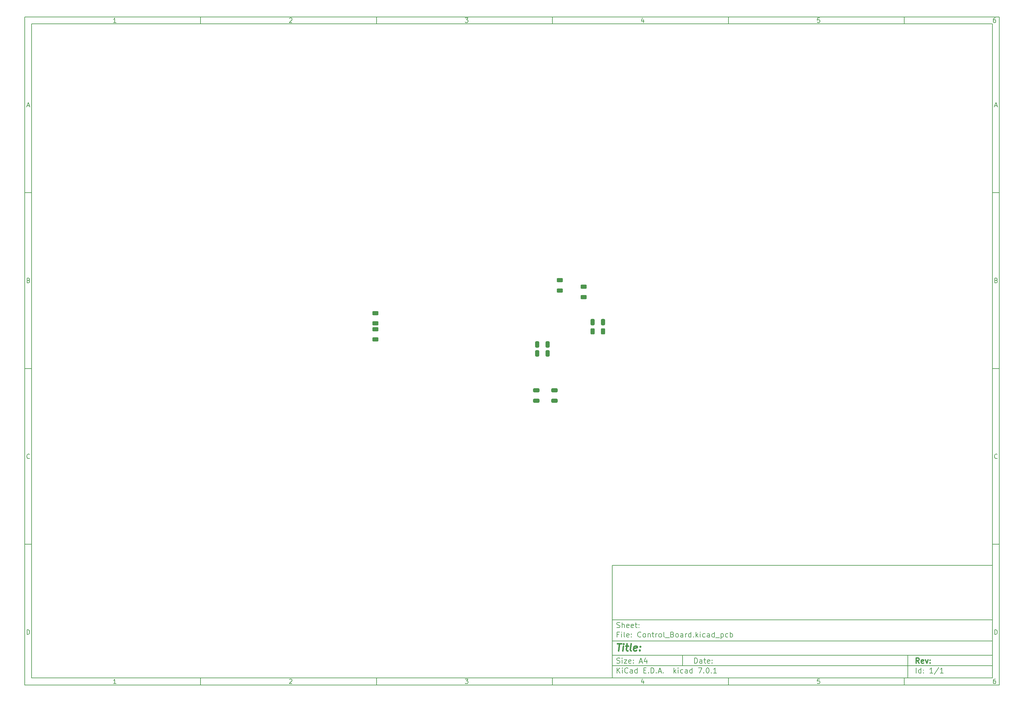
<source format=gbr>
%TF.GenerationSoftware,KiCad,Pcbnew,7.0.1*%
%TF.CreationDate,2023-09-27T13:27:15+00:00*%
%TF.ProjectId,Control_Board,436f6e74-726f-46c5-9f42-6f6172642e6b,rev?*%
%TF.SameCoordinates,Original*%
%TF.FileFunction,Paste,Top*%
%TF.FilePolarity,Positive*%
%FSLAX45Y45*%
G04 Gerber Fmt 4.5, Leading zero omitted, Abs format (unit mm)*
G04 Created by KiCad (PCBNEW 7.0.1) date 2023-09-27 13:27:15*
%MOMM*%
%LPD*%
G01*
G04 APERTURE LIST*
G04 Aperture macros list*
%AMRoundRect*
0 Rectangle with rounded corners*
0 $1 Rounding radius*
0 $2 $3 $4 $5 $6 $7 $8 $9 X,Y pos of 4 corners*
0 Add a 4 corners polygon primitive as box body*
4,1,4,$2,$3,$4,$5,$6,$7,$8,$9,$2,$3,0*
0 Add four circle primitives for the rounded corners*
1,1,$1+$1,$2,$3*
1,1,$1+$1,$4,$5*
1,1,$1+$1,$6,$7*
1,1,$1+$1,$8,$9*
0 Add four rect primitives between the rounded corners*
20,1,$1+$1,$2,$3,$4,$5,0*
20,1,$1+$1,$4,$5,$6,$7,0*
20,1,$1+$1,$6,$7,$8,$9,0*
20,1,$1+$1,$8,$9,$2,$3,0*%
G04 Aperture macros list end*
%ADD10C,0.100000*%
%ADD11C,0.150000*%
%ADD12C,0.300000*%
%ADD13C,0.400000*%
%ADD14RoundRect,0.250000X-0.625000X0.312500X-0.625000X-0.312500X0.625000X-0.312500X0.625000X0.312500X0*%
%ADD15RoundRect,0.250000X0.325000X0.650000X-0.325000X0.650000X-0.325000X-0.650000X0.325000X-0.650000X0*%
%ADD16RoundRect,0.250000X-0.325000X-0.650000X0.325000X-0.650000X0.325000X0.650000X-0.325000X0.650000X0*%
%ADD17RoundRect,0.250000X0.625000X-0.312500X0.625000X0.312500X-0.625000X0.312500X-0.625000X-0.312500X0*%
%ADD18RoundRect,0.250000X-0.312500X-0.625000X0.312500X-0.625000X0.312500X0.625000X-0.312500X0.625000X0*%
%ADD19RoundRect,0.250000X0.650000X-0.325000X0.650000X0.325000X-0.650000X0.325000X-0.650000X-0.325000X0*%
G04 APERTURE END LIST*
D10*
D11*
X17700220Y-16600720D02*
X28500220Y-16600720D01*
X28500220Y-19800720D01*
X17700220Y-19800720D01*
X17700220Y-16600720D01*
D10*
D11*
X1000000Y-1000000D02*
X28700220Y-1000000D01*
X28700220Y-20000720D01*
X1000000Y-20000720D01*
X1000000Y-1000000D01*
D10*
D11*
X1200000Y-1200000D02*
X28500220Y-1200000D01*
X28500220Y-19800720D01*
X1200000Y-19800720D01*
X1200000Y-1200000D01*
D10*
D11*
X6000000Y-1200000D02*
X6000000Y-1000000D01*
D10*
D11*
X11000000Y-1200000D02*
X11000000Y-1000000D01*
D10*
D11*
X16000000Y-1200000D02*
X16000000Y-1000000D01*
D10*
D11*
X21000000Y-1200000D02*
X21000000Y-1000000D01*
D10*
D11*
X26000000Y-1200000D02*
X26000000Y-1000000D01*
D10*
D11*
X3599048Y-1160140D02*
X3524762Y-1160140D01*
X3561905Y-1160140D02*
X3561905Y-1030140D01*
X3561905Y-1030140D02*
X3549524Y-1048712D01*
X3549524Y-1048712D02*
X3537143Y-1061093D01*
X3537143Y-1061093D02*
X3524762Y-1067283D01*
D10*
D11*
X8524762Y-1042521D02*
X8530952Y-1036331D01*
X8530952Y-1036331D02*
X8543333Y-1030140D01*
X8543333Y-1030140D02*
X8574286Y-1030140D01*
X8574286Y-1030140D02*
X8586667Y-1036331D01*
X8586667Y-1036331D02*
X8592857Y-1042521D01*
X8592857Y-1042521D02*
X8599048Y-1054902D01*
X8599048Y-1054902D02*
X8599048Y-1067283D01*
X8599048Y-1067283D02*
X8592857Y-1085855D01*
X8592857Y-1085855D02*
X8518571Y-1160140D01*
X8518571Y-1160140D02*
X8599048Y-1160140D01*
D10*
D11*
X13518571Y-1030140D02*
X13599048Y-1030140D01*
X13599048Y-1030140D02*
X13555714Y-1079664D01*
X13555714Y-1079664D02*
X13574286Y-1079664D01*
X13574286Y-1079664D02*
X13586667Y-1085855D01*
X13586667Y-1085855D02*
X13592857Y-1092045D01*
X13592857Y-1092045D02*
X13599048Y-1104426D01*
X13599048Y-1104426D02*
X13599048Y-1135379D01*
X13599048Y-1135379D02*
X13592857Y-1147760D01*
X13592857Y-1147760D02*
X13586667Y-1153950D01*
X13586667Y-1153950D02*
X13574286Y-1160140D01*
X13574286Y-1160140D02*
X13537143Y-1160140D01*
X13537143Y-1160140D02*
X13524762Y-1153950D01*
X13524762Y-1153950D02*
X13518571Y-1147760D01*
D10*
D11*
X18586667Y-1073474D02*
X18586667Y-1160140D01*
X18555714Y-1023950D02*
X18524762Y-1116807D01*
X18524762Y-1116807D02*
X18605238Y-1116807D01*
D10*
D11*
X23592857Y-1030140D02*
X23530952Y-1030140D01*
X23530952Y-1030140D02*
X23524762Y-1092045D01*
X23524762Y-1092045D02*
X23530952Y-1085855D01*
X23530952Y-1085855D02*
X23543333Y-1079664D01*
X23543333Y-1079664D02*
X23574286Y-1079664D01*
X23574286Y-1079664D02*
X23586667Y-1085855D01*
X23586667Y-1085855D02*
X23592857Y-1092045D01*
X23592857Y-1092045D02*
X23599048Y-1104426D01*
X23599048Y-1104426D02*
X23599048Y-1135379D01*
X23599048Y-1135379D02*
X23592857Y-1147760D01*
X23592857Y-1147760D02*
X23586667Y-1153950D01*
X23586667Y-1153950D02*
X23574286Y-1160140D01*
X23574286Y-1160140D02*
X23543333Y-1160140D01*
X23543333Y-1160140D02*
X23530952Y-1153950D01*
X23530952Y-1153950D02*
X23524762Y-1147760D01*
D10*
D11*
X28586667Y-1030140D02*
X28561905Y-1030140D01*
X28561905Y-1030140D02*
X28549524Y-1036331D01*
X28549524Y-1036331D02*
X28543333Y-1042521D01*
X28543333Y-1042521D02*
X28530952Y-1061093D01*
X28530952Y-1061093D02*
X28524762Y-1085855D01*
X28524762Y-1085855D02*
X28524762Y-1135379D01*
X28524762Y-1135379D02*
X28530952Y-1147760D01*
X28530952Y-1147760D02*
X28537143Y-1153950D01*
X28537143Y-1153950D02*
X28549524Y-1160140D01*
X28549524Y-1160140D02*
X28574286Y-1160140D01*
X28574286Y-1160140D02*
X28586667Y-1153950D01*
X28586667Y-1153950D02*
X28592857Y-1147760D01*
X28592857Y-1147760D02*
X28599048Y-1135379D01*
X28599048Y-1135379D02*
X28599048Y-1104426D01*
X28599048Y-1104426D02*
X28592857Y-1092045D01*
X28592857Y-1092045D02*
X28586667Y-1085855D01*
X28586667Y-1085855D02*
X28574286Y-1079664D01*
X28574286Y-1079664D02*
X28549524Y-1079664D01*
X28549524Y-1079664D02*
X28537143Y-1085855D01*
X28537143Y-1085855D02*
X28530952Y-1092045D01*
X28530952Y-1092045D02*
X28524762Y-1104426D01*
D10*
D11*
X6000000Y-19800720D02*
X6000000Y-20000720D01*
D10*
D11*
X11000000Y-19800720D02*
X11000000Y-20000720D01*
D10*
D11*
X16000000Y-19800720D02*
X16000000Y-20000720D01*
D10*
D11*
X21000000Y-19800720D02*
X21000000Y-20000720D01*
D10*
D11*
X26000000Y-19800720D02*
X26000000Y-20000720D01*
D10*
D11*
X3599048Y-19960860D02*
X3524762Y-19960860D01*
X3561905Y-19960860D02*
X3561905Y-19830860D01*
X3561905Y-19830860D02*
X3549524Y-19849432D01*
X3549524Y-19849432D02*
X3537143Y-19861813D01*
X3537143Y-19861813D02*
X3524762Y-19868003D01*
D10*
D11*
X8524762Y-19843241D02*
X8530952Y-19837051D01*
X8530952Y-19837051D02*
X8543333Y-19830860D01*
X8543333Y-19830860D02*
X8574286Y-19830860D01*
X8574286Y-19830860D02*
X8586667Y-19837051D01*
X8586667Y-19837051D02*
X8592857Y-19843241D01*
X8592857Y-19843241D02*
X8599048Y-19855622D01*
X8599048Y-19855622D02*
X8599048Y-19868003D01*
X8599048Y-19868003D02*
X8592857Y-19886575D01*
X8592857Y-19886575D02*
X8518571Y-19960860D01*
X8518571Y-19960860D02*
X8599048Y-19960860D01*
D10*
D11*
X13518571Y-19830860D02*
X13599048Y-19830860D01*
X13599048Y-19830860D02*
X13555714Y-19880384D01*
X13555714Y-19880384D02*
X13574286Y-19880384D01*
X13574286Y-19880384D02*
X13586667Y-19886575D01*
X13586667Y-19886575D02*
X13592857Y-19892765D01*
X13592857Y-19892765D02*
X13599048Y-19905146D01*
X13599048Y-19905146D02*
X13599048Y-19936099D01*
X13599048Y-19936099D02*
X13592857Y-19948480D01*
X13592857Y-19948480D02*
X13586667Y-19954670D01*
X13586667Y-19954670D02*
X13574286Y-19960860D01*
X13574286Y-19960860D02*
X13537143Y-19960860D01*
X13537143Y-19960860D02*
X13524762Y-19954670D01*
X13524762Y-19954670D02*
X13518571Y-19948480D01*
D10*
D11*
X18586667Y-19874194D02*
X18586667Y-19960860D01*
X18555714Y-19824670D02*
X18524762Y-19917527D01*
X18524762Y-19917527D02*
X18605238Y-19917527D01*
D10*
D11*
X23592857Y-19830860D02*
X23530952Y-19830860D01*
X23530952Y-19830860D02*
X23524762Y-19892765D01*
X23524762Y-19892765D02*
X23530952Y-19886575D01*
X23530952Y-19886575D02*
X23543333Y-19880384D01*
X23543333Y-19880384D02*
X23574286Y-19880384D01*
X23574286Y-19880384D02*
X23586667Y-19886575D01*
X23586667Y-19886575D02*
X23592857Y-19892765D01*
X23592857Y-19892765D02*
X23599048Y-19905146D01*
X23599048Y-19905146D02*
X23599048Y-19936099D01*
X23599048Y-19936099D02*
X23592857Y-19948480D01*
X23592857Y-19948480D02*
X23586667Y-19954670D01*
X23586667Y-19954670D02*
X23574286Y-19960860D01*
X23574286Y-19960860D02*
X23543333Y-19960860D01*
X23543333Y-19960860D02*
X23530952Y-19954670D01*
X23530952Y-19954670D02*
X23524762Y-19948480D01*
D10*
D11*
X28586667Y-19830860D02*
X28561905Y-19830860D01*
X28561905Y-19830860D02*
X28549524Y-19837051D01*
X28549524Y-19837051D02*
X28543333Y-19843241D01*
X28543333Y-19843241D02*
X28530952Y-19861813D01*
X28530952Y-19861813D02*
X28524762Y-19886575D01*
X28524762Y-19886575D02*
X28524762Y-19936099D01*
X28524762Y-19936099D02*
X28530952Y-19948480D01*
X28530952Y-19948480D02*
X28537143Y-19954670D01*
X28537143Y-19954670D02*
X28549524Y-19960860D01*
X28549524Y-19960860D02*
X28574286Y-19960860D01*
X28574286Y-19960860D02*
X28586667Y-19954670D01*
X28586667Y-19954670D02*
X28592857Y-19948480D01*
X28592857Y-19948480D02*
X28599048Y-19936099D01*
X28599048Y-19936099D02*
X28599048Y-19905146D01*
X28599048Y-19905146D02*
X28592857Y-19892765D01*
X28592857Y-19892765D02*
X28586667Y-19886575D01*
X28586667Y-19886575D02*
X28574286Y-19880384D01*
X28574286Y-19880384D02*
X28549524Y-19880384D01*
X28549524Y-19880384D02*
X28537143Y-19886575D01*
X28537143Y-19886575D02*
X28530952Y-19892765D01*
X28530952Y-19892765D02*
X28524762Y-19905146D01*
D10*
D11*
X1000000Y-6000000D02*
X1200000Y-6000000D01*
D10*
D11*
X1000000Y-11000000D02*
X1200000Y-11000000D01*
D10*
D11*
X1000000Y-16000000D02*
X1200000Y-16000000D01*
D10*
D11*
X1069048Y-3522998D02*
X1130952Y-3522998D01*
X1056667Y-3560140D02*
X1100000Y-3430140D01*
X1100000Y-3430140D02*
X1143333Y-3560140D01*
D10*
D11*
X1109286Y-8492045D02*
X1127857Y-8498236D01*
X1127857Y-8498236D02*
X1134048Y-8504426D01*
X1134048Y-8504426D02*
X1140238Y-8516807D01*
X1140238Y-8516807D02*
X1140238Y-8535379D01*
X1140238Y-8535379D02*
X1134048Y-8547760D01*
X1134048Y-8547760D02*
X1127857Y-8553950D01*
X1127857Y-8553950D02*
X1115476Y-8560140D01*
X1115476Y-8560140D02*
X1065952Y-8560140D01*
X1065952Y-8560140D02*
X1065952Y-8430140D01*
X1065952Y-8430140D02*
X1109286Y-8430140D01*
X1109286Y-8430140D02*
X1121667Y-8436331D01*
X1121667Y-8436331D02*
X1127857Y-8442521D01*
X1127857Y-8442521D02*
X1134048Y-8454902D01*
X1134048Y-8454902D02*
X1134048Y-8467283D01*
X1134048Y-8467283D02*
X1127857Y-8479664D01*
X1127857Y-8479664D02*
X1121667Y-8485855D01*
X1121667Y-8485855D02*
X1109286Y-8492045D01*
X1109286Y-8492045D02*
X1065952Y-8492045D01*
D10*
D11*
X1140238Y-13547759D02*
X1134048Y-13553950D01*
X1134048Y-13553950D02*
X1115476Y-13560140D01*
X1115476Y-13560140D02*
X1103095Y-13560140D01*
X1103095Y-13560140D02*
X1084524Y-13553950D01*
X1084524Y-13553950D02*
X1072143Y-13541569D01*
X1072143Y-13541569D02*
X1065952Y-13529188D01*
X1065952Y-13529188D02*
X1059762Y-13504426D01*
X1059762Y-13504426D02*
X1059762Y-13485855D01*
X1059762Y-13485855D02*
X1065952Y-13461093D01*
X1065952Y-13461093D02*
X1072143Y-13448712D01*
X1072143Y-13448712D02*
X1084524Y-13436331D01*
X1084524Y-13436331D02*
X1103095Y-13430140D01*
X1103095Y-13430140D02*
X1115476Y-13430140D01*
X1115476Y-13430140D02*
X1134048Y-13436331D01*
X1134048Y-13436331D02*
X1140238Y-13442521D01*
D10*
D11*
X1065952Y-18560140D02*
X1065952Y-18430140D01*
X1065952Y-18430140D02*
X1096905Y-18430140D01*
X1096905Y-18430140D02*
X1115476Y-18436331D01*
X1115476Y-18436331D02*
X1127857Y-18448712D01*
X1127857Y-18448712D02*
X1134048Y-18461093D01*
X1134048Y-18461093D02*
X1140238Y-18485855D01*
X1140238Y-18485855D02*
X1140238Y-18504426D01*
X1140238Y-18504426D02*
X1134048Y-18529188D01*
X1134048Y-18529188D02*
X1127857Y-18541569D01*
X1127857Y-18541569D02*
X1115476Y-18553950D01*
X1115476Y-18553950D02*
X1096905Y-18560140D01*
X1096905Y-18560140D02*
X1065952Y-18560140D01*
D10*
D11*
X28700220Y-6000000D02*
X28500220Y-6000000D01*
D10*
D11*
X28700220Y-11000000D02*
X28500220Y-11000000D01*
D10*
D11*
X28700220Y-16000000D02*
X28500220Y-16000000D01*
D10*
D11*
X28569268Y-3522998D02*
X28631172Y-3522998D01*
X28556887Y-3560140D02*
X28600220Y-3430140D01*
X28600220Y-3430140D02*
X28643553Y-3560140D01*
D10*
D11*
X28609506Y-8492045D02*
X28628077Y-8498236D01*
X28628077Y-8498236D02*
X28634268Y-8504426D01*
X28634268Y-8504426D02*
X28640458Y-8516807D01*
X28640458Y-8516807D02*
X28640458Y-8535379D01*
X28640458Y-8535379D02*
X28634268Y-8547760D01*
X28634268Y-8547760D02*
X28628077Y-8553950D01*
X28628077Y-8553950D02*
X28615696Y-8560140D01*
X28615696Y-8560140D02*
X28566172Y-8560140D01*
X28566172Y-8560140D02*
X28566172Y-8430140D01*
X28566172Y-8430140D02*
X28609506Y-8430140D01*
X28609506Y-8430140D02*
X28621887Y-8436331D01*
X28621887Y-8436331D02*
X28628077Y-8442521D01*
X28628077Y-8442521D02*
X28634268Y-8454902D01*
X28634268Y-8454902D02*
X28634268Y-8467283D01*
X28634268Y-8467283D02*
X28628077Y-8479664D01*
X28628077Y-8479664D02*
X28621887Y-8485855D01*
X28621887Y-8485855D02*
X28609506Y-8492045D01*
X28609506Y-8492045D02*
X28566172Y-8492045D01*
D10*
D11*
X28640458Y-13547759D02*
X28634268Y-13553950D01*
X28634268Y-13553950D02*
X28615696Y-13560140D01*
X28615696Y-13560140D02*
X28603315Y-13560140D01*
X28603315Y-13560140D02*
X28584744Y-13553950D01*
X28584744Y-13553950D02*
X28572363Y-13541569D01*
X28572363Y-13541569D02*
X28566172Y-13529188D01*
X28566172Y-13529188D02*
X28559982Y-13504426D01*
X28559982Y-13504426D02*
X28559982Y-13485855D01*
X28559982Y-13485855D02*
X28566172Y-13461093D01*
X28566172Y-13461093D02*
X28572363Y-13448712D01*
X28572363Y-13448712D02*
X28584744Y-13436331D01*
X28584744Y-13436331D02*
X28603315Y-13430140D01*
X28603315Y-13430140D02*
X28615696Y-13430140D01*
X28615696Y-13430140D02*
X28634268Y-13436331D01*
X28634268Y-13436331D02*
X28640458Y-13442521D01*
D10*
D11*
X28566172Y-18560140D02*
X28566172Y-18430140D01*
X28566172Y-18430140D02*
X28597125Y-18430140D01*
X28597125Y-18430140D02*
X28615696Y-18436331D01*
X28615696Y-18436331D02*
X28628077Y-18448712D01*
X28628077Y-18448712D02*
X28634268Y-18461093D01*
X28634268Y-18461093D02*
X28640458Y-18485855D01*
X28640458Y-18485855D02*
X28640458Y-18504426D01*
X28640458Y-18504426D02*
X28634268Y-18529188D01*
X28634268Y-18529188D02*
X28628077Y-18541569D01*
X28628077Y-18541569D02*
X28615696Y-18553950D01*
X28615696Y-18553950D02*
X28597125Y-18560140D01*
X28597125Y-18560140D02*
X28566172Y-18560140D01*
D10*
D11*
X20035934Y-19380113D02*
X20035934Y-19230113D01*
X20035934Y-19230113D02*
X20071649Y-19230113D01*
X20071649Y-19230113D02*
X20093077Y-19237256D01*
X20093077Y-19237256D02*
X20107363Y-19251541D01*
X20107363Y-19251541D02*
X20114506Y-19265827D01*
X20114506Y-19265827D02*
X20121649Y-19294399D01*
X20121649Y-19294399D02*
X20121649Y-19315827D01*
X20121649Y-19315827D02*
X20114506Y-19344399D01*
X20114506Y-19344399D02*
X20107363Y-19358684D01*
X20107363Y-19358684D02*
X20093077Y-19372970D01*
X20093077Y-19372970D02*
X20071649Y-19380113D01*
X20071649Y-19380113D02*
X20035934Y-19380113D01*
X20250220Y-19380113D02*
X20250220Y-19301541D01*
X20250220Y-19301541D02*
X20243077Y-19287256D01*
X20243077Y-19287256D02*
X20228791Y-19280113D01*
X20228791Y-19280113D02*
X20200220Y-19280113D01*
X20200220Y-19280113D02*
X20185934Y-19287256D01*
X20250220Y-19372970D02*
X20235934Y-19380113D01*
X20235934Y-19380113D02*
X20200220Y-19380113D01*
X20200220Y-19380113D02*
X20185934Y-19372970D01*
X20185934Y-19372970D02*
X20178791Y-19358684D01*
X20178791Y-19358684D02*
X20178791Y-19344399D01*
X20178791Y-19344399D02*
X20185934Y-19330113D01*
X20185934Y-19330113D02*
X20200220Y-19322970D01*
X20200220Y-19322970D02*
X20235934Y-19322970D01*
X20235934Y-19322970D02*
X20250220Y-19315827D01*
X20300220Y-19280113D02*
X20357363Y-19280113D01*
X20321649Y-19230113D02*
X20321649Y-19358684D01*
X20321649Y-19358684D02*
X20328791Y-19372970D01*
X20328791Y-19372970D02*
X20343077Y-19380113D01*
X20343077Y-19380113D02*
X20357363Y-19380113D01*
X20464506Y-19372970D02*
X20450220Y-19380113D01*
X20450220Y-19380113D02*
X20421649Y-19380113D01*
X20421649Y-19380113D02*
X20407363Y-19372970D01*
X20407363Y-19372970D02*
X20400220Y-19358684D01*
X20400220Y-19358684D02*
X20400220Y-19301541D01*
X20400220Y-19301541D02*
X20407363Y-19287256D01*
X20407363Y-19287256D02*
X20421649Y-19280113D01*
X20421649Y-19280113D02*
X20450220Y-19280113D01*
X20450220Y-19280113D02*
X20464506Y-19287256D01*
X20464506Y-19287256D02*
X20471649Y-19301541D01*
X20471649Y-19301541D02*
X20471649Y-19315827D01*
X20471649Y-19315827D02*
X20400220Y-19330113D01*
X20535934Y-19365827D02*
X20543077Y-19372970D01*
X20543077Y-19372970D02*
X20535934Y-19380113D01*
X20535934Y-19380113D02*
X20528791Y-19372970D01*
X20528791Y-19372970D02*
X20535934Y-19365827D01*
X20535934Y-19365827D02*
X20535934Y-19380113D01*
X20535934Y-19287256D02*
X20543077Y-19294399D01*
X20543077Y-19294399D02*
X20535934Y-19301541D01*
X20535934Y-19301541D02*
X20528791Y-19294399D01*
X20528791Y-19294399D02*
X20535934Y-19287256D01*
X20535934Y-19287256D02*
X20535934Y-19301541D01*
D10*
D11*
X17700220Y-19450720D02*
X28500220Y-19450720D01*
D10*
D11*
X17835934Y-19660113D02*
X17835934Y-19510113D01*
X17921649Y-19660113D02*
X17857363Y-19574399D01*
X17921649Y-19510113D02*
X17835934Y-19595827D01*
X17985934Y-19660113D02*
X17985934Y-19560113D01*
X17985934Y-19510113D02*
X17978791Y-19517256D01*
X17978791Y-19517256D02*
X17985934Y-19524399D01*
X17985934Y-19524399D02*
X17993077Y-19517256D01*
X17993077Y-19517256D02*
X17985934Y-19510113D01*
X17985934Y-19510113D02*
X17985934Y-19524399D01*
X18143077Y-19645827D02*
X18135934Y-19652970D01*
X18135934Y-19652970D02*
X18114506Y-19660113D01*
X18114506Y-19660113D02*
X18100220Y-19660113D01*
X18100220Y-19660113D02*
X18078791Y-19652970D01*
X18078791Y-19652970D02*
X18064506Y-19638684D01*
X18064506Y-19638684D02*
X18057363Y-19624399D01*
X18057363Y-19624399D02*
X18050220Y-19595827D01*
X18050220Y-19595827D02*
X18050220Y-19574399D01*
X18050220Y-19574399D02*
X18057363Y-19545827D01*
X18057363Y-19545827D02*
X18064506Y-19531541D01*
X18064506Y-19531541D02*
X18078791Y-19517256D01*
X18078791Y-19517256D02*
X18100220Y-19510113D01*
X18100220Y-19510113D02*
X18114506Y-19510113D01*
X18114506Y-19510113D02*
X18135934Y-19517256D01*
X18135934Y-19517256D02*
X18143077Y-19524399D01*
X18271649Y-19660113D02*
X18271649Y-19581541D01*
X18271649Y-19581541D02*
X18264506Y-19567256D01*
X18264506Y-19567256D02*
X18250220Y-19560113D01*
X18250220Y-19560113D02*
X18221649Y-19560113D01*
X18221649Y-19560113D02*
X18207363Y-19567256D01*
X18271649Y-19652970D02*
X18257363Y-19660113D01*
X18257363Y-19660113D02*
X18221649Y-19660113D01*
X18221649Y-19660113D02*
X18207363Y-19652970D01*
X18207363Y-19652970D02*
X18200220Y-19638684D01*
X18200220Y-19638684D02*
X18200220Y-19624399D01*
X18200220Y-19624399D02*
X18207363Y-19610113D01*
X18207363Y-19610113D02*
X18221649Y-19602970D01*
X18221649Y-19602970D02*
X18257363Y-19602970D01*
X18257363Y-19602970D02*
X18271649Y-19595827D01*
X18407363Y-19660113D02*
X18407363Y-19510113D01*
X18407363Y-19652970D02*
X18393077Y-19660113D01*
X18393077Y-19660113D02*
X18364506Y-19660113D01*
X18364506Y-19660113D02*
X18350220Y-19652970D01*
X18350220Y-19652970D02*
X18343077Y-19645827D01*
X18343077Y-19645827D02*
X18335934Y-19631541D01*
X18335934Y-19631541D02*
X18335934Y-19588684D01*
X18335934Y-19588684D02*
X18343077Y-19574399D01*
X18343077Y-19574399D02*
X18350220Y-19567256D01*
X18350220Y-19567256D02*
X18364506Y-19560113D01*
X18364506Y-19560113D02*
X18393077Y-19560113D01*
X18393077Y-19560113D02*
X18407363Y-19567256D01*
X18593077Y-19581541D02*
X18643077Y-19581541D01*
X18664506Y-19660113D02*
X18593077Y-19660113D01*
X18593077Y-19660113D02*
X18593077Y-19510113D01*
X18593077Y-19510113D02*
X18664506Y-19510113D01*
X18728791Y-19645827D02*
X18735934Y-19652970D01*
X18735934Y-19652970D02*
X18728791Y-19660113D01*
X18728791Y-19660113D02*
X18721649Y-19652970D01*
X18721649Y-19652970D02*
X18728791Y-19645827D01*
X18728791Y-19645827D02*
X18728791Y-19660113D01*
X18800220Y-19660113D02*
X18800220Y-19510113D01*
X18800220Y-19510113D02*
X18835934Y-19510113D01*
X18835934Y-19510113D02*
X18857363Y-19517256D01*
X18857363Y-19517256D02*
X18871649Y-19531541D01*
X18871649Y-19531541D02*
X18878792Y-19545827D01*
X18878792Y-19545827D02*
X18885934Y-19574399D01*
X18885934Y-19574399D02*
X18885934Y-19595827D01*
X18885934Y-19595827D02*
X18878792Y-19624399D01*
X18878792Y-19624399D02*
X18871649Y-19638684D01*
X18871649Y-19638684D02*
X18857363Y-19652970D01*
X18857363Y-19652970D02*
X18835934Y-19660113D01*
X18835934Y-19660113D02*
X18800220Y-19660113D01*
X18950220Y-19645827D02*
X18957363Y-19652970D01*
X18957363Y-19652970D02*
X18950220Y-19660113D01*
X18950220Y-19660113D02*
X18943077Y-19652970D01*
X18943077Y-19652970D02*
X18950220Y-19645827D01*
X18950220Y-19645827D02*
X18950220Y-19660113D01*
X19014506Y-19617256D02*
X19085934Y-19617256D01*
X19000220Y-19660113D02*
X19050220Y-19510113D01*
X19050220Y-19510113D02*
X19100220Y-19660113D01*
X19150220Y-19645827D02*
X19157363Y-19652970D01*
X19157363Y-19652970D02*
X19150220Y-19660113D01*
X19150220Y-19660113D02*
X19143077Y-19652970D01*
X19143077Y-19652970D02*
X19150220Y-19645827D01*
X19150220Y-19645827D02*
X19150220Y-19660113D01*
X19450220Y-19660113D02*
X19450220Y-19510113D01*
X19464506Y-19602970D02*
X19507363Y-19660113D01*
X19507363Y-19560113D02*
X19450220Y-19617256D01*
X19571649Y-19660113D02*
X19571649Y-19560113D01*
X19571649Y-19510113D02*
X19564506Y-19517256D01*
X19564506Y-19517256D02*
X19571649Y-19524399D01*
X19571649Y-19524399D02*
X19578792Y-19517256D01*
X19578792Y-19517256D02*
X19571649Y-19510113D01*
X19571649Y-19510113D02*
X19571649Y-19524399D01*
X19707363Y-19652970D02*
X19693077Y-19660113D01*
X19693077Y-19660113D02*
X19664506Y-19660113D01*
X19664506Y-19660113D02*
X19650220Y-19652970D01*
X19650220Y-19652970D02*
X19643077Y-19645827D01*
X19643077Y-19645827D02*
X19635934Y-19631541D01*
X19635934Y-19631541D02*
X19635934Y-19588684D01*
X19635934Y-19588684D02*
X19643077Y-19574399D01*
X19643077Y-19574399D02*
X19650220Y-19567256D01*
X19650220Y-19567256D02*
X19664506Y-19560113D01*
X19664506Y-19560113D02*
X19693077Y-19560113D01*
X19693077Y-19560113D02*
X19707363Y-19567256D01*
X19835934Y-19660113D02*
X19835934Y-19581541D01*
X19835934Y-19581541D02*
X19828792Y-19567256D01*
X19828792Y-19567256D02*
X19814506Y-19560113D01*
X19814506Y-19560113D02*
X19785934Y-19560113D01*
X19785934Y-19560113D02*
X19771649Y-19567256D01*
X19835934Y-19652970D02*
X19821649Y-19660113D01*
X19821649Y-19660113D02*
X19785934Y-19660113D01*
X19785934Y-19660113D02*
X19771649Y-19652970D01*
X19771649Y-19652970D02*
X19764506Y-19638684D01*
X19764506Y-19638684D02*
X19764506Y-19624399D01*
X19764506Y-19624399D02*
X19771649Y-19610113D01*
X19771649Y-19610113D02*
X19785934Y-19602970D01*
X19785934Y-19602970D02*
X19821649Y-19602970D01*
X19821649Y-19602970D02*
X19835934Y-19595827D01*
X19971649Y-19660113D02*
X19971649Y-19510113D01*
X19971649Y-19652970D02*
X19957363Y-19660113D01*
X19957363Y-19660113D02*
X19928792Y-19660113D01*
X19928792Y-19660113D02*
X19914506Y-19652970D01*
X19914506Y-19652970D02*
X19907363Y-19645827D01*
X19907363Y-19645827D02*
X19900220Y-19631541D01*
X19900220Y-19631541D02*
X19900220Y-19588684D01*
X19900220Y-19588684D02*
X19907363Y-19574399D01*
X19907363Y-19574399D02*
X19914506Y-19567256D01*
X19914506Y-19567256D02*
X19928792Y-19560113D01*
X19928792Y-19560113D02*
X19957363Y-19560113D01*
X19957363Y-19560113D02*
X19971649Y-19567256D01*
X20143077Y-19510113D02*
X20243077Y-19510113D01*
X20243077Y-19510113D02*
X20178792Y-19660113D01*
X20300220Y-19645827D02*
X20307363Y-19652970D01*
X20307363Y-19652970D02*
X20300220Y-19660113D01*
X20300220Y-19660113D02*
X20293077Y-19652970D01*
X20293077Y-19652970D02*
X20300220Y-19645827D01*
X20300220Y-19645827D02*
X20300220Y-19660113D01*
X20400220Y-19510113D02*
X20414506Y-19510113D01*
X20414506Y-19510113D02*
X20428792Y-19517256D01*
X20428792Y-19517256D02*
X20435934Y-19524399D01*
X20435934Y-19524399D02*
X20443077Y-19538684D01*
X20443077Y-19538684D02*
X20450220Y-19567256D01*
X20450220Y-19567256D02*
X20450220Y-19602970D01*
X20450220Y-19602970D02*
X20443077Y-19631541D01*
X20443077Y-19631541D02*
X20435934Y-19645827D01*
X20435934Y-19645827D02*
X20428792Y-19652970D01*
X20428792Y-19652970D02*
X20414506Y-19660113D01*
X20414506Y-19660113D02*
X20400220Y-19660113D01*
X20400220Y-19660113D02*
X20385934Y-19652970D01*
X20385934Y-19652970D02*
X20378792Y-19645827D01*
X20378792Y-19645827D02*
X20371649Y-19631541D01*
X20371649Y-19631541D02*
X20364506Y-19602970D01*
X20364506Y-19602970D02*
X20364506Y-19567256D01*
X20364506Y-19567256D02*
X20371649Y-19538684D01*
X20371649Y-19538684D02*
X20378792Y-19524399D01*
X20378792Y-19524399D02*
X20385934Y-19517256D01*
X20385934Y-19517256D02*
X20400220Y-19510113D01*
X20514506Y-19645827D02*
X20521649Y-19652970D01*
X20521649Y-19652970D02*
X20514506Y-19660113D01*
X20514506Y-19660113D02*
X20507363Y-19652970D01*
X20507363Y-19652970D02*
X20514506Y-19645827D01*
X20514506Y-19645827D02*
X20514506Y-19660113D01*
X20664506Y-19660113D02*
X20578792Y-19660113D01*
X20621649Y-19660113D02*
X20621649Y-19510113D01*
X20621649Y-19510113D02*
X20607363Y-19531541D01*
X20607363Y-19531541D02*
X20593077Y-19545827D01*
X20593077Y-19545827D02*
X20578792Y-19552970D01*
D10*
D11*
X17700220Y-19150720D02*
X28500220Y-19150720D01*
D10*
D12*
X26421648Y-19380113D02*
X26371648Y-19308684D01*
X26335934Y-19380113D02*
X26335934Y-19230113D01*
X26335934Y-19230113D02*
X26393077Y-19230113D01*
X26393077Y-19230113D02*
X26407363Y-19237256D01*
X26407363Y-19237256D02*
X26414506Y-19244399D01*
X26414506Y-19244399D02*
X26421648Y-19258684D01*
X26421648Y-19258684D02*
X26421648Y-19280113D01*
X26421648Y-19280113D02*
X26414506Y-19294399D01*
X26414506Y-19294399D02*
X26407363Y-19301541D01*
X26407363Y-19301541D02*
X26393077Y-19308684D01*
X26393077Y-19308684D02*
X26335934Y-19308684D01*
X26543077Y-19372970D02*
X26528791Y-19380113D01*
X26528791Y-19380113D02*
X26500220Y-19380113D01*
X26500220Y-19380113D02*
X26485934Y-19372970D01*
X26485934Y-19372970D02*
X26478791Y-19358684D01*
X26478791Y-19358684D02*
X26478791Y-19301541D01*
X26478791Y-19301541D02*
X26485934Y-19287256D01*
X26485934Y-19287256D02*
X26500220Y-19280113D01*
X26500220Y-19280113D02*
X26528791Y-19280113D01*
X26528791Y-19280113D02*
X26543077Y-19287256D01*
X26543077Y-19287256D02*
X26550220Y-19301541D01*
X26550220Y-19301541D02*
X26550220Y-19315827D01*
X26550220Y-19315827D02*
X26478791Y-19330113D01*
X26600220Y-19280113D02*
X26635934Y-19380113D01*
X26635934Y-19380113D02*
X26671648Y-19280113D01*
X26728791Y-19365827D02*
X26735934Y-19372970D01*
X26735934Y-19372970D02*
X26728791Y-19380113D01*
X26728791Y-19380113D02*
X26721648Y-19372970D01*
X26721648Y-19372970D02*
X26728791Y-19365827D01*
X26728791Y-19365827D02*
X26728791Y-19380113D01*
X26728791Y-19287256D02*
X26735934Y-19294399D01*
X26735934Y-19294399D02*
X26728791Y-19301541D01*
X26728791Y-19301541D02*
X26721648Y-19294399D01*
X26721648Y-19294399D02*
X26728791Y-19287256D01*
X26728791Y-19287256D02*
X26728791Y-19301541D01*
D10*
D11*
X17828791Y-19372970D02*
X17850220Y-19380113D01*
X17850220Y-19380113D02*
X17885934Y-19380113D01*
X17885934Y-19380113D02*
X17900220Y-19372970D01*
X17900220Y-19372970D02*
X17907363Y-19365827D01*
X17907363Y-19365827D02*
X17914506Y-19351541D01*
X17914506Y-19351541D02*
X17914506Y-19337256D01*
X17914506Y-19337256D02*
X17907363Y-19322970D01*
X17907363Y-19322970D02*
X17900220Y-19315827D01*
X17900220Y-19315827D02*
X17885934Y-19308684D01*
X17885934Y-19308684D02*
X17857363Y-19301541D01*
X17857363Y-19301541D02*
X17843077Y-19294399D01*
X17843077Y-19294399D02*
X17835934Y-19287256D01*
X17835934Y-19287256D02*
X17828791Y-19272970D01*
X17828791Y-19272970D02*
X17828791Y-19258684D01*
X17828791Y-19258684D02*
X17835934Y-19244399D01*
X17835934Y-19244399D02*
X17843077Y-19237256D01*
X17843077Y-19237256D02*
X17857363Y-19230113D01*
X17857363Y-19230113D02*
X17893077Y-19230113D01*
X17893077Y-19230113D02*
X17914506Y-19237256D01*
X17978791Y-19380113D02*
X17978791Y-19280113D01*
X17978791Y-19230113D02*
X17971649Y-19237256D01*
X17971649Y-19237256D02*
X17978791Y-19244399D01*
X17978791Y-19244399D02*
X17985934Y-19237256D01*
X17985934Y-19237256D02*
X17978791Y-19230113D01*
X17978791Y-19230113D02*
X17978791Y-19244399D01*
X18035934Y-19280113D02*
X18114506Y-19280113D01*
X18114506Y-19280113D02*
X18035934Y-19380113D01*
X18035934Y-19380113D02*
X18114506Y-19380113D01*
X18228791Y-19372970D02*
X18214506Y-19380113D01*
X18214506Y-19380113D02*
X18185934Y-19380113D01*
X18185934Y-19380113D02*
X18171649Y-19372970D01*
X18171649Y-19372970D02*
X18164506Y-19358684D01*
X18164506Y-19358684D02*
X18164506Y-19301541D01*
X18164506Y-19301541D02*
X18171649Y-19287256D01*
X18171649Y-19287256D02*
X18185934Y-19280113D01*
X18185934Y-19280113D02*
X18214506Y-19280113D01*
X18214506Y-19280113D02*
X18228791Y-19287256D01*
X18228791Y-19287256D02*
X18235934Y-19301541D01*
X18235934Y-19301541D02*
X18235934Y-19315827D01*
X18235934Y-19315827D02*
X18164506Y-19330113D01*
X18300220Y-19365827D02*
X18307363Y-19372970D01*
X18307363Y-19372970D02*
X18300220Y-19380113D01*
X18300220Y-19380113D02*
X18293077Y-19372970D01*
X18293077Y-19372970D02*
X18300220Y-19365827D01*
X18300220Y-19365827D02*
X18300220Y-19380113D01*
X18300220Y-19287256D02*
X18307363Y-19294399D01*
X18307363Y-19294399D02*
X18300220Y-19301541D01*
X18300220Y-19301541D02*
X18293077Y-19294399D01*
X18293077Y-19294399D02*
X18300220Y-19287256D01*
X18300220Y-19287256D02*
X18300220Y-19301541D01*
X18478791Y-19337256D02*
X18550220Y-19337256D01*
X18464506Y-19380113D02*
X18514506Y-19230113D01*
X18514506Y-19230113D02*
X18564506Y-19380113D01*
X18678791Y-19280113D02*
X18678791Y-19380113D01*
X18643077Y-19222970D02*
X18607363Y-19330113D01*
X18607363Y-19330113D02*
X18700220Y-19330113D01*
D10*
D11*
X26335934Y-19660113D02*
X26335934Y-19510113D01*
X26471649Y-19660113D02*
X26471649Y-19510113D01*
X26471649Y-19652970D02*
X26457363Y-19660113D01*
X26457363Y-19660113D02*
X26428791Y-19660113D01*
X26428791Y-19660113D02*
X26414506Y-19652970D01*
X26414506Y-19652970D02*
X26407363Y-19645827D01*
X26407363Y-19645827D02*
X26400220Y-19631541D01*
X26400220Y-19631541D02*
X26400220Y-19588684D01*
X26400220Y-19588684D02*
X26407363Y-19574399D01*
X26407363Y-19574399D02*
X26414506Y-19567256D01*
X26414506Y-19567256D02*
X26428791Y-19560113D01*
X26428791Y-19560113D02*
X26457363Y-19560113D01*
X26457363Y-19560113D02*
X26471649Y-19567256D01*
X26543077Y-19645827D02*
X26550220Y-19652970D01*
X26550220Y-19652970D02*
X26543077Y-19660113D01*
X26543077Y-19660113D02*
X26535934Y-19652970D01*
X26535934Y-19652970D02*
X26543077Y-19645827D01*
X26543077Y-19645827D02*
X26543077Y-19660113D01*
X26543077Y-19567256D02*
X26550220Y-19574399D01*
X26550220Y-19574399D02*
X26543077Y-19581541D01*
X26543077Y-19581541D02*
X26535934Y-19574399D01*
X26535934Y-19574399D02*
X26543077Y-19567256D01*
X26543077Y-19567256D02*
X26543077Y-19581541D01*
X26807363Y-19660113D02*
X26721649Y-19660113D01*
X26764506Y-19660113D02*
X26764506Y-19510113D01*
X26764506Y-19510113D02*
X26750220Y-19531541D01*
X26750220Y-19531541D02*
X26735934Y-19545827D01*
X26735934Y-19545827D02*
X26721649Y-19552970D01*
X26978791Y-19502970D02*
X26850220Y-19695827D01*
X27107363Y-19660113D02*
X27021649Y-19660113D01*
X27064506Y-19660113D02*
X27064506Y-19510113D01*
X27064506Y-19510113D02*
X27050220Y-19531541D01*
X27050220Y-19531541D02*
X27035934Y-19545827D01*
X27035934Y-19545827D02*
X27021649Y-19552970D01*
D10*
D11*
X17700220Y-18750720D02*
X28500220Y-18750720D01*
D10*
D13*
X17843077Y-18823244D02*
X17957363Y-18823244D01*
X17875220Y-19023244D02*
X17900220Y-18823244D01*
X17997839Y-19023244D02*
X18014506Y-18889910D01*
X18022839Y-18823244D02*
X18012125Y-18832768D01*
X18012125Y-18832768D02*
X18020458Y-18842291D01*
X18020458Y-18842291D02*
X18031172Y-18832768D01*
X18031172Y-18832768D02*
X18022839Y-18823244D01*
X18022839Y-18823244D02*
X18020458Y-18842291D01*
X18079982Y-18889910D02*
X18156172Y-18889910D01*
X18116887Y-18823244D02*
X18095458Y-18994672D01*
X18095458Y-18994672D02*
X18102601Y-19013720D01*
X18102601Y-19013720D02*
X18120458Y-19023244D01*
X18120458Y-19023244D02*
X18139506Y-19023244D01*
X18233553Y-19023244D02*
X18215696Y-19013720D01*
X18215696Y-19013720D02*
X18208553Y-18994672D01*
X18208553Y-18994672D02*
X18229982Y-18823244D01*
X18385934Y-19013720D02*
X18365696Y-19023244D01*
X18365696Y-19023244D02*
X18327601Y-19023244D01*
X18327601Y-19023244D02*
X18309744Y-19013720D01*
X18309744Y-19013720D02*
X18302601Y-18994672D01*
X18302601Y-18994672D02*
X18312125Y-18918482D01*
X18312125Y-18918482D02*
X18324029Y-18899434D01*
X18324029Y-18899434D02*
X18344268Y-18889910D01*
X18344268Y-18889910D02*
X18382363Y-18889910D01*
X18382363Y-18889910D02*
X18400220Y-18899434D01*
X18400220Y-18899434D02*
X18407363Y-18918482D01*
X18407363Y-18918482D02*
X18404982Y-18937530D01*
X18404982Y-18937530D02*
X18307363Y-18956577D01*
X18481172Y-19004196D02*
X18489506Y-19013720D01*
X18489506Y-19013720D02*
X18478791Y-19023244D01*
X18478791Y-19023244D02*
X18470458Y-19013720D01*
X18470458Y-19013720D02*
X18481172Y-19004196D01*
X18481172Y-19004196D02*
X18478791Y-19023244D01*
X18494268Y-18899434D02*
X18502601Y-18908958D01*
X18502601Y-18908958D02*
X18491887Y-18918482D01*
X18491887Y-18918482D02*
X18483553Y-18908958D01*
X18483553Y-18908958D02*
X18494268Y-18899434D01*
X18494268Y-18899434D02*
X18491887Y-18918482D01*
D10*
D11*
X17885934Y-18561541D02*
X17835934Y-18561541D01*
X17835934Y-18640113D02*
X17835934Y-18490113D01*
X17835934Y-18490113D02*
X17907363Y-18490113D01*
X17964506Y-18640113D02*
X17964506Y-18540113D01*
X17964506Y-18490113D02*
X17957363Y-18497256D01*
X17957363Y-18497256D02*
X17964506Y-18504399D01*
X17964506Y-18504399D02*
X17971649Y-18497256D01*
X17971649Y-18497256D02*
X17964506Y-18490113D01*
X17964506Y-18490113D02*
X17964506Y-18504399D01*
X18057363Y-18640113D02*
X18043077Y-18632970D01*
X18043077Y-18632970D02*
X18035934Y-18618684D01*
X18035934Y-18618684D02*
X18035934Y-18490113D01*
X18171649Y-18632970D02*
X18157363Y-18640113D01*
X18157363Y-18640113D02*
X18128791Y-18640113D01*
X18128791Y-18640113D02*
X18114506Y-18632970D01*
X18114506Y-18632970D02*
X18107363Y-18618684D01*
X18107363Y-18618684D02*
X18107363Y-18561541D01*
X18107363Y-18561541D02*
X18114506Y-18547256D01*
X18114506Y-18547256D02*
X18128791Y-18540113D01*
X18128791Y-18540113D02*
X18157363Y-18540113D01*
X18157363Y-18540113D02*
X18171649Y-18547256D01*
X18171649Y-18547256D02*
X18178791Y-18561541D01*
X18178791Y-18561541D02*
X18178791Y-18575827D01*
X18178791Y-18575827D02*
X18107363Y-18590113D01*
X18243077Y-18625827D02*
X18250220Y-18632970D01*
X18250220Y-18632970D02*
X18243077Y-18640113D01*
X18243077Y-18640113D02*
X18235934Y-18632970D01*
X18235934Y-18632970D02*
X18243077Y-18625827D01*
X18243077Y-18625827D02*
X18243077Y-18640113D01*
X18243077Y-18547256D02*
X18250220Y-18554399D01*
X18250220Y-18554399D02*
X18243077Y-18561541D01*
X18243077Y-18561541D02*
X18235934Y-18554399D01*
X18235934Y-18554399D02*
X18243077Y-18547256D01*
X18243077Y-18547256D02*
X18243077Y-18561541D01*
X18514506Y-18625827D02*
X18507363Y-18632970D01*
X18507363Y-18632970D02*
X18485934Y-18640113D01*
X18485934Y-18640113D02*
X18471649Y-18640113D01*
X18471649Y-18640113D02*
X18450220Y-18632970D01*
X18450220Y-18632970D02*
X18435934Y-18618684D01*
X18435934Y-18618684D02*
X18428791Y-18604399D01*
X18428791Y-18604399D02*
X18421649Y-18575827D01*
X18421649Y-18575827D02*
X18421649Y-18554399D01*
X18421649Y-18554399D02*
X18428791Y-18525827D01*
X18428791Y-18525827D02*
X18435934Y-18511541D01*
X18435934Y-18511541D02*
X18450220Y-18497256D01*
X18450220Y-18497256D02*
X18471649Y-18490113D01*
X18471649Y-18490113D02*
X18485934Y-18490113D01*
X18485934Y-18490113D02*
X18507363Y-18497256D01*
X18507363Y-18497256D02*
X18514506Y-18504399D01*
X18600220Y-18640113D02*
X18585934Y-18632970D01*
X18585934Y-18632970D02*
X18578791Y-18625827D01*
X18578791Y-18625827D02*
X18571649Y-18611541D01*
X18571649Y-18611541D02*
X18571649Y-18568684D01*
X18571649Y-18568684D02*
X18578791Y-18554399D01*
X18578791Y-18554399D02*
X18585934Y-18547256D01*
X18585934Y-18547256D02*
X18600220Y-18540113D01*
X18600220Y-18540113D02*
X18621649Y-18540113D01*
X18621649Y-18540113D02*
X18635934Y-18547256D01*
X18635934Y-18547256D02*
X18643077Y-18554399D01*
X18643077Y-18554399D02*
X18650220Y-18568684D01*
X18650220Y-18568684D02*
X18650220Y-18611541D01*
X18650220Y-18611541D02*
X18643077Y-18625827D01*
X18643077Y-18625827D02*
X18635934Y-18632970D01*
X18635934Y-18632970D02*
X18621649Y-18640113D01*
X18621649Y-18640113D02*
X18600220Y-18640113D01*
X18714506Y-18540113D02*
X18714506Y-18640113D01*
X18714506Y-18554399D02*
X18721649Y-18547256D01*
X18721649Y-18547256D02*
X18735934Y-18540113D01*
X18735934Y-18540113D02*
X18757363Y-18540113D01*
X18757363Y-18540113D02*
X18771649Y-18547256D01*
X18771649Y-18547256D02*
X18778791Y-18561541D01*
X18778791Y-18561541D02*
X18778791Y-18640113D01*
X18828791Y-18540113D02*
X18885934Y-18540113D01*
X18850220Y-18490113D02*
X18850220Y-18618684D01*
X18850220Y-18618684D02*
X18857363Y-18632970D01*
X18857363Y-18632970D02*
X18871649Y-18640113D01*
X18871649Y-18640113D02*
X18885934Y-18640113D01*
X18935934Y-18640113D02*
X18935934Y-18540113D01*
X18935934Y-18568684D02*
X18943077Y-18554399D01*
X18943077Y-18554399D02*
X18950220Y-18547256D01*
X18950220Y-18547256D02*
X18964506Y-18540113D01*
X18964506Y-18540113D02*
X18978791Y-18540113D01*
X19050220Y-18640113D02*
X19035934Y-18632970D01*
X19035934Y-18632970D02*
X19028791Y-18625827D01*
X19028791Y-18625827D02*
X19021649Y-18611541D01*
X19021649Y-18611541D02*
X19021649Y-18568684D01*
X19021649Y-18568684D02*
X19028791Y-18554399D01*
X19028791Y-18554399D02*
X19035934Y-18547256D01*
X19035934Y-18547256D02*
X19050220Y-18540113D01*
X19050220Y-18540113D02*
X19071649Y-18540113D01*
X19071649Y-18540113D02*
X19085934Y-18547256D01*
X19085934Y-18547256D02*
X19093077Y-18554399D01*
X19093077Y-18554399D02*
X19100220Y-18568684D01*
X19100220Y-18568684D02*
X19100220Y-18611541D01*
X19100220Y-18611541D02*
X19093077Y-18625827D01*
X19093077Y-18625827D02*
X19085934Y-18632970D01*
X19085934Y-18632970D02*
X19071649Y-18640113D01*
X19071649Y-18640113D02*
X19050220Y-18640113D01*
X19185934Y-18640113D02*
X19171649Y-18632970D01*
X19171649Y-18632970D02*
X19164506Y-18618684D01*
X19164506Y-18618684D02*
X19164506Y-18490113D01*
X19207363Y-18654399D02*
X19321649Y-18654399D01*
X19407363Y-18561541D02*
X19428791Y-18568684D01*
X19428791Y-18568684D02*
X19435934Y-18575827D01*
X19435934Y-18575827D02*
X19443077Y-18590113D01*
X19443077Y-18590113D02*
X19443077Y-18611541D01*
X19443077Y-18611541D02*
X19435934Y-18625827D01*
X19435934Y-18625827D02*
X19428791Y-18632970D01*
X19428791Y-18632970D02*
X19414506Y-18640113D01*
X19414506Y-18640113D02*
X19357363Y-18640113D01*
X19357363Y-18640113D02*
X19357363Y-18490113D01*
X19357363Y-18490113D02*
X19407363Y-18490113D01*
X19407363Y-18490113D02*
X19421649Y-18497256D01*
X19421649Y-18497256D02*
X19428791Y-18504399D01*
X19428791Y-18504399D02*
X19435934Y-18518684D01*
X19435934Y-18518684D02*
X19435934Y-18532970D01*
X19435934Y-18532970D02*
X19428791Y-18547256D01*
X19428791Y-18547256D02*
X19421649Y-18554399D01*
X19421649Y-18554399D02*
X19407363Y-18561541D01*
X19407363Y-18561541D02*
X19357363Y-18561541D01*
X19528791Y-18640113D02*
X19514506Y-18632970D01*
X19514506Y-18632970D02*
X19507363Y-18625827D01*
X19507363Y-18625827D02*
X19500220Y-18611541D01*
X19500220Y-18611541D02*
X19500220Y-18568684D01*
X19500220Y-18568684D02*
X19507363Y-18554399D01*
X19507363Y-18554399D02*
X19514506Y-18547256D01*
X19514506Y-18547256D02*
X19528791Y-18540113D01*
X19528791Y-18540113D02*
X19550220Y-18540113D01*
X19550220Y-18540113D02*
X19564506Y-18547256D01*
X19564506Y-18547256D02*
X19571649Y-18554399D01*
X19571649Y-18554399D02*
X19578791Y-18568684D01*
X19578791Y-18568684D02*
X19578791Y-18611541D01*
X19578791Y-18611541D02*
X19571649Y-18625827D01*
X19571649Y-18625827D02*
X19564506Y-18632970D01*
X19564506Y-18632970D02*
X19550220Y-18640113D01*
X19550220Y-18640113D02*
X19528791Y-18640113D01*
X19707363Y-18640113D02*
X19707363Y-18561541D01*
X19707363Y-18561541D02*
X19700220Y-18547256D01*
X19700220Y-18547256D02*
X19685934Y-18540113D01*
X19685934Y-18540113D02*
X19657363Y-18540113D01*
X19657363Y-18540113D02*
X19643077Y-18547256D01*
X19707363Y-18632970D02*
X19693077Y-18640113D01*
X19693077Y-18640113D02*
X19657363Y-18640113D01*
X19657363Y-18640113D02*
X19643077Y-18632970D01*
X19643077Y-18632970D02*
X19635934Y-18618684D01*
X19635934Y-18618684D02*
X19635934Y-18604399D01*
X19635934Y-18604399D02*
X19643077Y-18590113D01*
X19643077Y-18590113D02*
X19657363Y-18582970D01*
X19657363Y-18582970D02*
X19693077Y-18582970D01*
X19693077Y-18582970D02*
X19707363Y-18575827D01*
X19778791Y-18640113D02*
X19778791Y-18540113D01*
X19778791Y-18568684D02*
X19785934Y-18554399D01*
X19785934Y-18554399D02*
X19793077Y-18547256D01*
X19793077Y-18547256D02*
X19807363Y-18540113D01*
X19807363Y-18540113D02*
X19821649Y-18540113D01*
X19935934Y-18640113D02*
X19935934Y-18490113D01*
X19935934Y-18632970D02*
X19921648Y-18640113D01*
X19921648Y-18640113D02*
X19893077Y-18640113D01*
X19893077Y-18640113D02*
X19878791Y-18632970D01*
X19878791Y-18632970D02*
X19871648Y-18625827D01*
X19871648Y-18625827D02*
X19864506Y-18611541D01*
X19864506Y-18611541D02*
X19864506Y-18568684D01*
X19864506Y-18568684D02*
X19871648Y-18554399D01*
X19871648Y-18554399D02*
X19878791Y-18547256D01*
X19878791Y-18547256D02*
X19893077Y-18540113D01*
X19893077Y-18540113D02*
X19921648Y-18540113D01*
X19921648Y-18540113D02*
X19935934Y-18547256D01*
X20007363Y-18625827D02*
X20014506Y-18632970D01*
X20014506Y-18632970D02*
X20007363Y-18640113D01*
X20007363Y-18640113D02*
X20000220Y-18632970D01*
X20000220Y-18632970D02*
X20007363Y-18625827D01*
X20007363Y-18625827D02*
X20007363Y-18640113D01*
X20078791Y-18640113D02*
X20078791Y-18490113D01*
X20093077Y-18582970D02*
X20135934Y-18640113D01*
X20135934Y-18540113D02*
X20078791Y-18597256D01*
X20200220Y-18640113D02*
X20200220Y-18540113D01*
X20200220Y-18490113D02*
X20193077Y-18497256D01*
X20193077Y-18497256D02*
X20200220Y-18504399D01*
X20200220Y-18504399D02*
X20207363Y-18497256D01*
X20207363Y-18497256D02*
X20200220Y-18490113D01*
X20200220Y-18490113D02*
X20200220Y-18504399D01*
X20335934Y-18632970D02*
X20321649Y-18640113D01*
X20321649Y-18640113D02*
X20293077Y-18640113D01*
X20293077Y-18640113D02*
X20278791Y-18632970D01*
X20278791Y-18632970D02*
X20271649Y-18625827D01*
X20271649Y-18625827D02*
X20264506Y-18611541D01*
X20264506Y-18611541D02*
X20264506Y-18568684D01*
X20264506Y-18568684D02*
X20271649Y-18554399D01*
X20271649Y-18554399D02*
X20278791Y-18547256D01*
X20278791Y-18547256D02*
X20293077Y-18540113D01*
X20293077Y-18540113D02*
X20321649Y-18540113D01*
X20321649Y-18540113D02*
X20335934Y-18547256D01*
X20464506Y-18640113D02*
X20464506Y-18561541D01*
X20464506Y-18561541D02*
X20457363Y-18547256D01*
X20457363Y-18547256D02*
X20443077Y-18540113D01*
X20443077Y-18540113D02*
X20414506Y-18540113D01*
X20414506Y-18540113D02*
X20400220Y-18547256D01*
X20464506Y-18632970D02*
X20450220Y-18640113D01*
X20450220Y-18640113D02*
X20414506Y-18640113D01*
X20414506Y-18640113D02*
X20400220Y-18632970D01*
X20400220Y-18632970D02*
X20393077Y-18618684D01*
X20393077Y-18618684D02*
X20393077Y-18604399D01*
X20393077Y-18604399D02*
X20400220Y-18590113D01*
X20400220Y-18590113D02*
X20414506Y-18582970D01*
X20414506Y-18582970D02*
X20450220Y-18582970D01*
X20450220Y-18582970D02*
X20464506Y-18575827D01*
X20600220Y-18640113D02*
X20600220Y-18490113D01*
X20600220Y-18632970D02*
X20585934Y-18640113D01*
X20585934Y-18640113D02*
X20557363Y-18640113D01*
X20557363Y-18640113D02*
X20543077Y-18632970D01*
X20543077Y-18632970D02*
X20535934Y-18625827D01*
X20535934Y-18625827D02*
X20528791Y-18611541D01*
X20528791Y-18611541D02*
X20528791Y-18568684D01*
X20528791Y-18568684D02*
X20535934Y-18554399D01*
X20535934Y-18554399D02*
X20543077Y-18547256D01*
X20543077Y-18547256D02*
X20557363Y-18540113D01*
X20557363Y-18540113D02*
X20585934Y-18540113D01*
X20585934Y-18540113D02*
X20600220Y-18547256D01*
X20635934Y-18654399D02*
X20750220Y-18654399D01*
X20785934Y-18540113D02*
X20785934Y-18690113D01*
X20785934Y-18547256D02*
X20800220Y-18540113D01*
X20800220Y-18540113D02*
X20828791Y-18540113D01*
X20828791Y-18540113D02*
X20843077Y-18547256D01*
X20843077Y-18547256D02*
X20850220Y-18554399D01*
X20850220Y-18554399D02*
X20857363Y-18568684D01*
X20857363Y-18568684D02*
X20857363Y-18611541D01*
X20857363Y-18611541D02*
X20850220Y-18625827D01*
X20850220Y-18625827D02*
X20843077Y-18632970D01*
X20843077Y-18632970D02*
X20828791Y-18640113D01*
X20828791Y-18640113D02*
X20800220Y-18640113D01*
X20800220Y-18640113D02*
X20785934Y-18632970D01*
X20985934Y-18632970D02*
X20971649Y-18640113D01*
X20971649Y-18640113D02*
X20943077Y-18640113D01*
X20943077Y-18640113D02*
X20928791Y-18632970D01*
X20928791Y-18632970D02*
X20921649Y-18625827D01*
X20921649Y-18625827D02*
X20914506Y-18611541D01*
X20914506Y-18611541D02*
X20914506Y-18568684D01*
X20914506Y-18568684D02*
X20921649Y-18554399D01*
X20921649Y-18554399D02*
X20928791Y-18547256D01*
X20928791Y-18547256D02*
X20943077Y-18540113D01*
X20943077Y-18540113D02*
X20971649Y-18540113D01*
X20971649Y-18540113D02*
X20985934Y-18547256D01*
X21050220Y-18640113D02*
X21050220Y-18490113D01*
X21050220Y-18547256D02*
X21064506Y-18540113D01*
X21064506Y-18540113D02*
X21093077Y-18540113D01*
X21093077Y-18540113D02*
X21107363Y-18547256D01*
X21107363Y-18547256D02*
X21114506Y-18554399D01*
X21114506Y-18554399D02*
X21121649Y-18568684D01*
X21121649Y-18568684D02*
X21121649Y-18611541D01*
X21121649Y-18611541D02*
X21114506Y-18625827D01*
X21114506Y-18625827D02*
X21107363Y-18632970D01*
X21107363Y-18632970D02*
X21093077Y-18640113D01*
X21093077Y-18640113D02*
X21064506Y-18640113D01*
X21064506Y-18640113D02*
X21050220Y-18632970D01*
D10*
D11*
X17700220Y-18150720D02*
X28500220Y-18150720D01*
D10*
D11*
X17828791Y-18362970D02*
X17850220Y-18370113D01*
X17850220Y-18370113D02*
X17885934Y-18370113D01*
X17885934Y-18370113D02*
X17900220Y-18362970D01*
X17900220Y-18362970D02*
X17907363Y-18355827D01*
X17907363Y-18355827D02*
X17914506Y-18341541D01*
X17914506Y-18341541D02*
X17914506Y-18327256D01*
X17914506Y-18327256D02*
X17907363Y-18312970D01*
X17907363Y-18312970D02*
X17900220Y-18305827D01*
X17900220Y-18305827D02*
X17885934Y-18298684D01*
X17885934Y-18298684D02*
X17857363Y-18291541D01*
X17857363Y-18291541D02*
X17843077Y-18284399D01*
X17843077Y-18284399D02*
X17835934Y-18277256D01*
X17835934Y-18277256D02*
X17828791Y-18262970D01*
X17828791Y-18262970D02*
X17828791Y-18248684D01*
X17828791Y-18248684D02*
X17835934Y-18234399D01*
X17835934Y-18234399D02*
X17843077Y-18227256D01*
X17843077Y-18227256D02*
X17857363Y-18220113D01*
X17857363Y-18220113D02*
X17893077Y-18220113D01*
X17893077Y-18220113D02*
X17914506Y-18227256D01*
X17978791Y-18370113D02*
X17978791Y-18220113D01*
X18043077Y-18370113D02*
X18043077Y-18291541D01*
X18043077Y-18291541D02*
X18035934Y-18277256D01*
X18035934Y-18277256D02*
X18021649Y-18270113D01*
X18021649Y-18270113D02*
X18000220Y-18270113D01*
X18000220Y-18270113D02*
X17985934Y-18277256D01*
X17985934Y-18277256D02*
X17978791Y-18284399D01*
X18171649Y-18362970D02*
X18157363Y-18370113D01*
X18157363Y-18370113D02*
X18128791Y-18370113D01*
X18128791Y-18370113D02*
X18114506Y-18362970D01*
X18114506Y-18362970D02*
X18107363Y-18348684D01*
X18107363Y-18348684D02*
X18107363Y-18291541D01*
X18107363Y-18291541D02*
X18114506Y-18277256D01*
X18114506Y-18277256D02*
X18128791Y-18270113D01*
X18128791Y-18270113D02*
X18157363Y-18270113D01*
X18157363Y-18270113D02*
X18171649Y-18277256D01*
X18171649Y-18277256D02*
X18178791Y-18291541D01*
X18178791Y-18291541D02*
X18178791Y-18305827D01*
X18178791Y-18305827D02*
X18107363Y-18320113D01*
X18300220Y-18362970D02*
X18285934Y-18370113D01*
X18285934Y-18370113D02*
X18257363Y-18370113D01*
X18257363Y-18370113D02*
X18243077Y-18362970D01*
X18243077Y-18362970D02*
X18235934Y-18348684D01*
X18235934Y-18348684D02*
X18235934Y-18291541D01*
X18235934Y-18291541D02*
X18243077Y-18277256D01*
X18243077Y-18277256D02*
X18257363Y-18270113D01*
X18257363Y-18270113D02*
X18285934Y-18270113D01*
X18285934Y-18270113D02*
X18300220Y-18277256D01*
X18300220Y-18277256D02*
X18307363Y-18291541D01*
X18307363Y-18291541D02*
X18307363Y-18305827D01*
X18307363Y-18305827D02*
X18235934Y-18320113D01*
X18350220Y-18270113D02*
X18407363Y-18270113D01*
X18371648Y-18220113D02*
X18371648Y-18348684D01*
X18371648Y-18348684D02*
X18378791Y-18362970D01*
X18378791Y-18362970D02*
X18393077Y-18370113D01*
X18393077Y-18370113D02*
X18407363Y-18370113D01*
X18457363Y-18355827D02*
X18464506Y-18362970D01*
X18464506Y-18362970D02*
X18457363Y-18370113D01*
X18457363Y-18370113D02*
X18450220Y-18362970D01*
X18450220Y-18362970D02*
X18457363Y-18355827D01*
X18457363Y-18355827D02*
X18457363Y-18370113D01*
X18457363Y-18277256D02*
X18464506Y-18284399D01*
X18464506Y-18284399D02*
X18457363Y-18291541D01*
X18457363Y-18291541D02*
X18450220Y-18284399D01*
X18450220Y-18284399D02*
X18457363Y-18277256D01*
X18457363Y-18277256D02*
X18457363Y-18291541D01*
D10*
D12*
D10*
D11*
D10*
D11*
D10*
D11*
D10*
D11*
D10*
D11*
X19700220Y-19150720D02*
X19700220Y-19450720D01*
D10*
D11*
X26100220Y-19150720D02*
X26100220Y-19800720D01*
D14*
%TO.C,R7*%
X16212500Y-8490000D03*
X16212500Y-8782500D03*
%TD*%
D15*
%TO.C,C1*%
X15861468Y-10313000D03*
X15566468Y-10313000D03*
%TD*%
D16*
%TO.C,C4*%
X17138468Y-9684000D03*
X17433468Y-9684000D03*
%TD*%
D15*
%TO.C,C2*%
X15861468Y-10568000D03*
X15566468Y-10568000D03*
%TD*%
D17*
%TO.C,R6*%
X10967500Y-10172500D03*
X10967500Y-9880000D03*
%TD*%
D18*
%TO.C,R4*%
X17140968Y-9939000D03*
X17433468Y-9939000D03*
%TD*%
D17*
%TO.C,R3*%
X16881968Y-8968000D03*
X16881968Y-8675500D03*
%TD*%
%TO.C,R5*%
X10965000Y-9715000D03*
X10965000Y-9422500D03*
%TD*%
D19*
%TO.C,C5*%
X15535968Y-11912000D03*
X15535968Y-11617000D03*
%TD*%
%TO.C,C3*%
X16055968Y-11912000D03*
X16055968Y-11617000D03*
%TD*%
M02*

</source>
